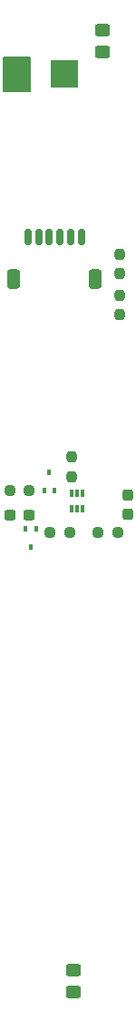
<source format=gbr>
%TF.GenerationSoftware,KiCad,Pcbnew,7.0.5*%
%TF.CreationDate,2023-06-02T13:02:35-04:00*%
%TF.ProjectId,SIDE,53494445-2e6b-4696-9361-645f70636258,rev?*%
%TF.SameCoordinates,Original*%
%TF.FileFunction,Soldermask,Bot*%
%TF.FilePolarity,Negative*%
%FSLAX46Y46*%
G04 Gerber Fmt 4.6, Leading zero omitted, Abs format (unit mm)*
G04 Created by KiCad (PCBNEW 7.0.5) date 2023-06-02 13:02:35*
%MOMM*%
%LPD*%
G01*
G04 APERTURE LIST*
G04 Aperture macros list*
%AMRoundRect*
0 Rectangle with rounded corners*
0 $1 Rounding radius*
0 $2 $3 $4 $5 $6 $7 $8 $9 X,Y pos of 4 corners*
0 Add a 4 corners polygon primitive as box body*
4,1,4,$2,$3,$4,$5,$6,$7,$8,$9,$2,$3,0*
0 Add four circle primitives for the rounded corners*
1,1,$1+$1,$2,$3*
1,1,$1+$1,$4,$5*
1,1,$1+$1,$6,$7*
1,1,$1+$1,$8,$9*
0 Add four rect primitives between the rounded corners*
20,1,$1+$1,$2,$3,$4,$5,0*
20,1,$1+$1,$4,$5,$6,$7,0*
20,1,$1+$1,$6,$7,$8,$9,0*
20,1,$1+$1,$8,$9,$2,$3,0*%
G04 Aperture macros list end*
%ADD10C,0.150000*%
%ADD11RoundRect,0.237500X-0.250000X-0.237500X0.250000X-0.237500X0.250000X0.237500X-0.250000X0.237500X0*%
%ADD12RoundRect,0.237500X0.250000X0.237500X-0.250000X0.237500X-0.250000X-0.237500X0.250000X-0.237500X0*%
%ADD13RoundRect,0.237500X0.237500X-0.250000X0.237500X0.250000X-0.237500X0.250000X-0.237500X-0.250000X0*%
%ADD14R,0.460000X0.475000*%
%ADD15RoundRect,0.237500X-0.300000X-0.237500X0.300000X-0.237500X0.300000X0.237500X-0.300000X0.237500X0*%
%ADD16R,2.500000X2.500000*%
%ADD17RoundRect,0.250000X0.450000X-0.325000X0.450000X0.325000X-0.450000X0.325000X-0.450000X-0.325000X0*%
%ADD18R,0.340000X0.700000*%
%ADD19RoundRect,0.150000X0.150000X0.625000X-0.150000X0.625000X-0.150000X-0.625000X0.150000X-0.625000X0*%
%ADD20RoundRect,0.250000X0.350000X0.650000X-0.350000X0.650000X-0.350000X-0.650000X0.350000X-0.650000X0*%
%ADD21RoundRect,0.237500X0.237500X-0.300000X0.237500X0.300000X-0.237500X0.300000X-0.237500X-0.300000X0*%
%ADD22RoundRect,0.250000X-0.450000X0.325000X-0.450000X-0.325000X0.450000X-0.325000X0.450000X0.325000X0*%
G04 APERTURE END LIST*
D10*
X146995000Y-53518022D02*
X149420000Y-53518022D01*
X149420000Y-56668022D01*
X146995000Y-56668022D01*
X146995000Y-53518022D01*
G36*
X146995000Y-53518022D02*
G01*
X149420000Y-53518022D01*
X149420000Y-56668022D01*
X146995000Y-56668022D01*
X146995000Y-53518022D01*
G37*
D11*
%TO.C,R5*%
X155767500Y-97688022D03*
X157592500Y-97688022D03*
%TD*%
D12*
%TO.C,R11*%
X149362500Y-93758022D03*
X147537500Y-93758022D03*
%TD*%
D13*
%TO.C,R2*%
X157830000Y-73630522D03*
X157830000Y-71805522D03*
%TD*%
D14*
%TO.C,Q2*%
X149010000Y-97345022D03*
X150010000Y-97345022D03*
X149510000Y-99021022D03*
%TD*%
D13*
%TO.C,R4*%
X153290000Y-92480522D03*
X153290000Y-90655522D03*
%TD*%
D15*
%TO.C,C2*%
X147587500Y-96048022D03*
X149312500Y-96048022D03*
%TD*%
D13*
%TO.C,R3*%
X157830000Y-77440522D03*
X157830000Y-75615522D03*
%TD*%
D16*
%TO.C,J3*%
X152660000Y-55070000D03*
%TD*%
D17*
%TO.C,D1*%
X156220000Y-53060522D03*
X156220000Y-51010522D03*
%TD*%
D18*
%TO.C,U2*%
X154280000Y-95468022D03*
X153780000Y-95468022D03*
X153280000Y-95468022D03*
X153280000Y-93968022D03*
X153780000Y-93968022D03*
X154280000Y-93968022D03*
%TD*%
D14*
%TO.C,Q1*%
X151730000Y-93738022D03*
X150730000Y-93738022D03*
X151230000Y-92062022D03*
%TD*%
D19*
%TO.C,J4*%
X154220000Y-70218022D03*
X153220000Y-70218022D03*
X152220000Y-70218022D03*
X151220000Y-70218022D03*
X150220000Y-70218022D03*
X149220000Y-70218022D03*
D20*
X155520000Y-74093022D03*
X147920000Y-74093022D03*
%TD*%
D21*
%TO.C,C1*%
X158580000Y-95920522D03*
X158580000Y-94195522D03*
%TD*%
D22*
%TO.C,D2*%
X153500000Y-138313022D03*
X153500000Y-140363022D03*
%TD*%
D11*
%TO.C,R1*%
X151307500Y-97688022D03*
X153132500Y-97688022D03*
%TD*%
M02*

</source>
